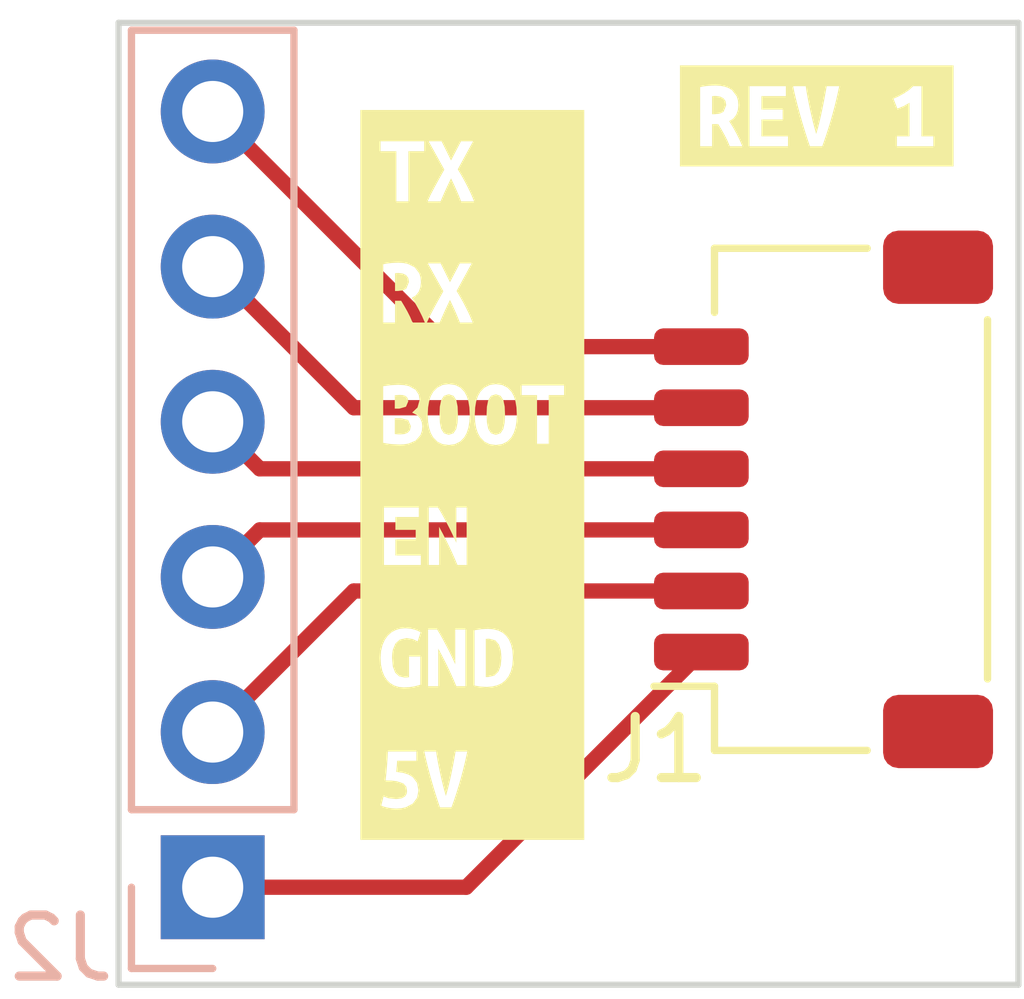
<source format=kicad_pcb>
(kicad_pcb (version 20221018) (generator pcbnew)
  (layers (0 "F.Cu" signal) (31 "B.Cu" signal) (34 "B.Paste" user) (35 "F.Paste" user) (36 "B.SilkS" user "B.Silkscreen") (37 "F.SilkS" user "F.Silkscreen") (38 "B.Mask" user) (39 "F.Mask" user) (44 "Edge.Cuts" user))
  (net 0 "")
  (net 1 "/5V")
  (net 2 "/GND")
  (net 3 "/EN")
  (net 4 "/BOOT")
  (net 5 "/RX")
  (net 6 "/TX")
  (footprint "Connector_JST:JST_SH_SM06B-SRSS-TB_1x06-1MP_P1.00mm_Horizontal" (layer "F.Cu") (at -237.125 112.45 90)
    (fp_text reference "J1" (at -4.1 -2.75) (layer "F.SilkS"))
    (fp_text value "Conn_01x06_Socket" hide)
    (fp_line (start -4.11 -1.785) (end -3.06 -1.785) (stroke (width 0.12)) (layer "F.SilkS"))
    (fp_line (start -4.11 0.715) (end -4.11 -1.785) (stroke (width 0.12)) (layer "F.SilkS"))
    (fp_line (start -3.06 -1.785) (end -3.06 -2.775) (stroke (width 0.12)) (layer "F.SilkS"))
    (fp_line (start -2.94 2.685) (end 2.94 2.685) (stroke (width 0.12)) (layer "F.SilkS"))
    (fp_line (start 4.11 -1.785) (end 3.06 -1.785) (stroke (width 0.12)) (layer "F.SilkS"))
    (fp_line (start 4.11 0.715) (end 4.11 -1.785) (stroke (width 0.12)) (layer "F.SilkS"))
    (pad "1" smd roundrect (at -2.5 -2 90) (size 0.6 1.55) (layers "F.Cu" "F.Paste" "F.Mask") (net 1 "/5V"))
    (pad "2" smd roundrect (at -1.5 -2 90) (size 0.6 1.55) (layers "F.Cu" "F.Paste" "F.Mask") (net 2 "/GND"))
    (pad "3" smd roundrect (at -0.5 -2 90) (size 0.6 1.55) (layers "F.Cu" "F.Paste" "F.Mask") (net 3 "/EN"))
    (pad "4" smd roundrect (at 0.5 -2 90) (size 0.6 1.55) (layers "F.Cu" "F.Paste" "F.Mask") (net 4 "/BOOT"))
    (pad "5" smd roundrect (at 1.5 -2 90) (size 0.6 1.55) (layers "F.Cu" "F.Paste" "F.Mask") (net 5 "/RX"))
    (pad "6" smd roundrect (at 2.5 -2 90) (size 0.6 1.55) (layers "F.Cu" "F.Paste" "F.Mask") (net 6 "/TX"))
    (pad "MP" smd roundrect (at -3.8 1.875 90) (size 1.2 1.8) (layers "F.Cu" "F.Paste" "F.Mask") (roundrect_rratio 0.2083333333))
    (pad "MP" smd roundrect (at 3.8 1.875 90) (size 1.2 1.8) (layers "F.Cu" "F.Paste" "F.Mask") (roundrect_rratio 0.2083333333))
  )
  (footprint "kibuzzard-65308191" (layer "F.Cu") (at -237.236 106.172)
    (fp_text reference "kibuzzard-65308191" hide)
    (fp_text value "G***" hide)
    (fp_poly (pts (xy -1.481931 -0.176213) (xy -1.493837 -0.243681) (xy -1.529556 -0.290512) (xy -1.584722 -0.317897) (xy -1.654969 -0.327025) (xy -1.681956 -0.326231) (xy -1.713706 -0.322263) (xy -1.713706 -0.026988) (xy -1.670844 -0.026988) (xy -1.584722 -0.036711) (xy -1.526381 -0.065881) (xy -1.481931 -0.176213)) (fill solid) (layer "F.SilkS"))
    (fp_poly (pts (xy -1.908969 -0.827617) (xy -2.239698 -0.827617) (xy -2.239698 0.827617) (xy -1.908969 0.827617) (xy -1.218406 0.827617) (xy -1.218406 0.496888) (xy -1.423194 0.496888) (xy -1.462683 0.403423) (xy -1.508125 0.313531) (xy -1.55833 0.22483) (xy -1.612106 0.134937) (xy -1.713706 0.134937) (xy -1.713706 0.496888) (xy -1.908969 0.496888) (xy -1.908969 -0.471488) (xy -1.846262 -0.483394) (xy -1.777206 -0.491331) (xy -1.710531 -0.4953) (xy -1.654969 -0.496888) (xy -1.5748 -0.492125) (xy -1.502569 -0.477838) (xy -1.439069 -0.453628) (xy -1.385094 -0.4191) (xy -1.309687 -0.318294) (xy -1.290042 -0.251817) (xy -1.283494 -0.174625) (xy -1.292225 -0.092869) (xy -1.318419 -0.01905) (xy -1.364853 0.042466) (xy -1.434306 0.087313) (xy -1.377156 0.178594) (xy -1.318419 0.283369) (xy -1.26365 0.392906) (xy -1.218406 0.496888) (xy -1.218406 0.827617) (xy -1.100931 0.827617) (xy -1.100931 0.496888) (xy -1.100931 -0.485775) (xy -0.505619 -0.485775) (xy -0.505619 -0.32385) (xy -0.905669 -0.32385) (xy -0.905669 -0.103188) (xy -0.558006 -0.103188) (xy -0.558006 0.058737) (xy -0.905669 0.058737) (xy -0.905669 0.334963) (xy -0.470694 0.334963) (xy -0.470694 0.496888) (xy -1.100931 0.496888) (xy -1.100931 0.827617) (xy -0.111919 0.827617) (xy -0.111919 0.496888) (xy -0.151209 0.380206) (xy -0.192881 0.249238) (xy -0.220927 0.157251) (xy -0.247915 0.06544) (xy -0.273844 -0.026194) (xy -0.298362 -0.116064) (xy -0.321116 -0.202583) (xy -0.342106 -0.28575) (xy -0.3683 -0.396875) (xy -0.386556 -0.485775) (xy -0.180181 -0.485775) (xy -0.168275 -0.403423) (xy -0.151606 -0.308769) (xy -0.131564 -0.206375) (xy -0.109537 -0.100806) (xy -0.085725 0.005556) (xy -0.060325 0.110331) (xy -0.03433 0.208955) (xy -0.008731 0.296863) (xy 0.016669 0.210145) (xy 0.042069 0.111919) (xy 0.066675 0.007144) (xy 0.089694 -0.099219) (xy 0.111125 -0.204986) (xy 0.130969 -0.307975) (xy 0.148431 -0.403225) (xy 0.162719 -0.485775) (xy 0.367506 -0.485775) (xy 0.346273 -0.384969) (xy 0.320675 -0.27305) (xy 0.290909 -0.152598) (xy 0.257175 -0.026194) (xy 0.232569 0.06059) (xy 0.206375 0.148431) (xy 0.178594 0.237331) (xy 0.149666 0.32579) (xy 0.120033 0.412309) (xy 0.089694 0.496888) (xy -0.111919 0.496888) (xy -0.111919 0.827617) (xy 1.908969 0.827617) (xy 1.908969 0.496888) (xy 1.312069 0.496888) (xy 1.312069 0.334963) (xy 1.518444 0.334963) (xy 1.518444 -0.214313) (xy 1.416844 -0.157956) (xy 1.320006 -0.119062) (xy 1.256506 -0.280987) (xy 1.339056 -0.3175) (xy 1.427956 -0.366713) (xy 1.512094 -0.423863) (xy 1.580356 -0.485775) (xy 1.713706 -0.485775) (xy 1.713706 0.334963) (xy 1.908969 0.334963) (xy 1.908969 0.496888) (xy 1.908969 0.827617) (xy 2.239698 0.827617) (xy 2.239698 -0.827617) (xy 1.908969 -0.827617) (xy -1.908969 -0.827617)) (fill solid) (layer "F.SilkS"))
  )
  (footprint "kibuzzard-65307E68" (layer "F.Cu") (at -242.875 112.05)
    (fp_text reference "kibuzzard-65307E68" hide)
    (fp_text value "G***" hide)
    (fp_poly (pts (xy -1.269037 -0.928137) (xy -1.269037 -0.669205) (xy -1.225111 -0.664581) (xy -1.178102 -0.66304) (xy -1.11491 -0.668434) (xy -1.060196 -0.688471) (xy -1.020894 -0.730085) (xy -1.005481 -0.798671) (xy -1.049407 -0.898083) (xy -1.167313 -0.928137) (xy -1.269037 -0.928137)) (fill solid) (layer "F.SilkS"))
    (fp_poly (pts (xy -1.195056 -1.085346) (xy -1.085627 -1.116942) (xy -1.048636 -1.204023) (xy -1.059425 -1.258738) (xy -1.088709 -1.291104) (xy -1.131864 -1.306517) (xy -1.182726 -1.31037) (xy -1.227423 -1.308829) (xy -1.269037 -1.304205) (xy -1.269037 -1.085346) (xy -1.195056 -1.085346)) (fill solid) (layer "F.SilkS"))
    (fp_poly (pts (xy -1.036655 -3.157983) (xy -1.048386 -3.224454) (xy -1.083577 -3.270594) (xy -1.137927 -3.297573) (xy -1.207136 -3.306567) (xy -1.233724 -3.305785) (xy -1.265005 -3.301874) (xy -1.265005 -3.010963) (xy -1.222776 -3.010963) (xy -1.137927 -3.020543) (xy -1.080448 -3.049282) (xy -1.036655 -3.157983)) (fill solid) (layer "F.SilkS"))
    (fp_poly (pts (xy 0.220884 3.308531) (xy 0.237358 3.310028) (xy 0.253832 3.310028) (xy 0.359416 3.286066) (xy 0.428307 3.22017) (xy 0.465748 3.120577) (xy 0.476981 2.994026) (xy 0.467995 2.87721) (xy 0.436544 2.776868) (xy 0.375141 2.707228) (xy 0.274799 2.681019) (xy 0.247841 2.681768) (xy 0.220884 2.685512) (xy 0.220884 3.308531)) (fill solid) (layer "F.SilkS"))
    (fp_poly (pts (xy -0.536937 -0.988246) (xy -0.531543 -0.85801) (xy -0.509965 -0.752433) (xy -0.464498 -0.681535) (xy -0.385894 -0.655334) (xy -0.30806 -0.681535) (xy -0.261822 -0.753204) (xy -0.240244 -0.85878) (xy -0.23485 -0.988246) (xy -0.240244 -1.118483) (xy -0.261822 -1.224059) (xy -0.307289 -1.294958) (xy -0.385894 -1.321159) (xy -0.464498 -1.294958) (xy -0.509965 -1.223289) (xy -0.531543 -1.117712) (xy -0.536937 -0.988246)) (fill solid) (layer "F.SilkS"))
    (fp_poly (pts (xy 0.233694 -0.988246) (xy 0.239088 -0.85801) (xy 0.260666 -0.752433) (xy 0.306133 -0.681535) (xy 0.384738 -0.655334) (xy 0.462571 -0.681535) (xy 0.508809 -0.753204) (xy 0.530387 -0.85878) (xy 0.535781 -0.988246) (xy 0.530387 -1.118483) (xy 0.508809 -1.224059) (xy 0.463342 -1.294958) (xy 0.384738 -1.321159) (xy 0.306133 -1.294958) (xy 0.260666 -1.223289) (xy 0.239088 -1.117712) (xy 0.233694 -0.988246)) (fill solid) (layer "F.SilkS"))
    (fp_poly (pts (xy -1.502153 -5.974498) (xy -1.832882 -5.974498) (xy -1.832882 5.974498) (xy -1.502153 5.974498) (xy -1.243538 5.974498) (xy -1.243538 5.461868) (xy -1.315898 5.457437) (xy -1.386782 5.446362) (xy -1.448067 5.430856) (xy -1.490154 5.414612) (xy -1.453235 5.263984) (xy -1.370538 5.293519) (xy -1.245015 5.306809) (xy -1.157148 5.294995) (xy -1.102509 5.264722) (xy -1.075189 5.222635) (xy -1.067805 5.173902) (xy -1.080358 5.103757) (xy -1.130567 5.049118) (xy -1.237631 5.013676) (xy -1.317744 5.004261) (xy -1.41927 5.001123) (xy -1.40598 4.878369) (xy -1.395642 4.758199) (xy -1.38789 4.641352) (xy -1.382352 4.528565) (xy -1.1225 4.528565) (xy -1.1225 3.477764) (xy -1.205058 3.470089) (xy -1.279004 3.447063) (xy -1.34359 3.408873) (xy -1.398067 3.355706) (xy -1.441873 3.287564) (xy -1.474446 3.204445) (xy -1.494664 3.106536) (xy -1.501404 2.994026) (xy -1.493541 2.882639) (xy -1.469953 2.785105) (xy -1.446134 2.731573) (xy -1.446134 1.47392) (xy -1.446134 0.533573) (xy -1.193515 0.533573) (xy -1.193515 -0.498125) (xy -1.324522 -0.505061) (xy -1.391952 -0.51373) (xy -1.458612 -0.525868) (xy -1.458612 -1.452166) (xy -1.339935 -1.46835) (xy -1.21201 -1.475285) (xy -1.11414 -1.469698) (xy -1.036306 -1.452937) (xy -0.929959 -1.394369) (xy -0.877556 -1.313453) (xy -0.863685 -1.224059) (xy -0.896822 -1.103841) (xy -0.985444 -1.020613) (xy -0.90395 -0.978999) (xy -0.853667 -0.925055) (xy -0.827658 -0.863404) (xy -0.818988 -0.798671) (xy -0.826309 -0.719489) (xy -0.848272 -0.654563) (xy -0.927647 -0.562087) (xy -1.046324 -0.512767) (xy -1.117415 -0.501785) (xy -1.193515 -0.498125) (xy -1.193515 0.533573) (xy -0.876457 0.533573) (xy -0.876457 0.688525) (xy -1.25928 0.688525) (xy -1.25928 0.899685) (xy -0.926589 0.899685) (xy -0.926589 1.054638) (xy -1.25928 1.054638) (xy -1.25928 1.318968) (xy -0.843036 1.318968) (xy -0.843036 1.47392) (xy -1.446134 1.47392) (xy -1.446134 2.731573) (xy -1.432887 2.701799) (xy -1.384588 2.633094) (xy -1.325805 2.579367) (xy -1.257288 2.540989) (xy -1.181283 2.517963) (xy -1.100036 2.510288) (xy -1.003438 2.518525) (xy -0.929305 2.537245) (xy -0.877636 2.55971) (xy -0.846934 2.577682) (xy -0.894859 2.724451) (xy -0.975732 2.68701) (xy -1.074576 2.670535) (xy -1.185401 2.694498) (xy -1.259535 2.761143) (xy -1.301469 2.862982) (xy -1.311016 2.925322) (xy -1.314199 2.994026) (xy -1.301094 3.138361) (xy -1.261781 3.23889) (xy -1.197008 3.29786) (xy -1.107524 3.317517) (xy -1.071581 3.316019) (xy -1.035637 3.311526) (xy -1.035637 2.973059) (xy -0.851427 2.973059) (xy -0.851427 3.43583) (xy -0.954016 3.462788) (xy -1.030957 3.47402) (xy -1.1225 3.477764) (xy -1.1225 4.528565) (xy -0.915701 4.528565) (xy -0.915701 4.679193) (xy -1.230247 4.679193) (xy -1.237631 4.778135) (xy -1.245015 4.862309) (xy -1.133274 4.877405) (xy -1.042208 4.90694) (xy -0.971817 4.950914) (xy -0.904256 5.043211) (xy -0.881735 5.166519) (xy -0.903887 5.28392) (xy -0.971817 5.377693) (xy -1.085526 5.439716) (xy -1.158994 5.45633) (xy -1.243538 5.461868) (xy -1.243538 5.974498) (xy -0.528794 5.974498) (xy -0.528794 5.44267) (xy -0.565343 5.334129) (xy -0.604108 5.212298) (xy -0.630197 5.126729) (xy -0.655301 5.041324) (xy -0.679422 4.956083) (xy -0.713017 4.831852) (xy -0.742922 4.714635) (xy -0.767288 4.611263) (xy -0.78427 4.528565) (xy -0.777025 4.528565) (xy -0.777025 -2.49483) (xy -0.978786 -2.49483) (xy -1.017691 -2.586913) (xy -1.062462 -2.675477) (xy -1.111925 -2.762867) (xy -1.164907 -2.851431) (xy -1.265005 -2.851431) (xy -1.265005 -2.49483) (xy -1.457382 -2.49483) (xy -1.457382 -3.448894) (xy -1.395602 -3.460624) (xy -1.327567 -3.468445) (xy -1.261877 -3.472355) (xy -1.207136 -3.473919) (xy -1.128152 -3.469227) (xy -1.056988 -3.45515) (xy -1.04654 -3.449926) (xy -1.04654 -4.479205) (xy -1.24339 -4.479205) (xy -1.24339 -5.299943) (xy -1.502153 -5.299943) (xy -1.502153 -5.461868) (xy -0.787778 -5.461868) (xy -0.787778 -5.299943) (xy -1.04654 -5.299943) (xy -1.04654 -4.479205) (xy -1.04654 -3.449926) (xy -0.941249 -3.397281) (xy -0.866957 -3.297964) (xy -0.847602 -3.23247) (xy -0.84115 -3.156419) (xy -0.849753 -3.075871) (xy -0.875559 -3.003143) (xy -0.921307 -2.942536) (xy -0.989734 -2.898352) (xy -0.933429 -2.80842) (xy -0.875559 -2.705193) (xy -0.8216 -2.597275) (xy -0.777025 -2.49483) (xy -0.777025 4.528565) (xy -0.592294 4.528565) (xy -0.581218 4.605171) (xy -0.565712 4.693222) (xy -0.547068 4.788472) (xy -0.526578 4.886676) (xy -0.504427 4.985618) (xy -0.480799 5.083083) (xy -0.456618 5.174825) (xy -0.432805 5.2566) (xy -0.409177 5.175933) (xy -0.385549 5.084559) (xy -0.36266 4.987094) (xy -0.341247 4.888152) (xy -0.321311 4.789764) (xy -0.302852 4.693961) (xy -0.286608 4.605356) (xy -0.273317 4.528565) (xy -0.261357 4.528565) (xy -0.261357 3.458295) (xy -0.304539 3.35554) (xy -0.350217 3.252952) (xy -0.398391 3.15053) (xy -0.449061 3.048108) (xy -0.502227 2.945519) (xy -0.55789 2.842764) (xy -0.55789 3.458295) (xy -0.724128 3.458295) (xy -0.724128 2.531255) (xy -0.575861 2.531255) (xy -0.533927 2.599959) (xy -0.491993 2.67428) (xy -0.450621 2.751221) (xy -0.410372 2.827788) (xy -0.372182 2.903044) (xy -0.336988 2.976054) (xy -0.305724 3.043448) (xy -0.279328 3.101856) (xy -0.279328 2.531255) (xy -0.242976 2.531255) (xy -0.242976 1.47392) (xy -0.286778 1.36969) (xy -0.333112 1.265629) (xy -0.381978 1.161737) (xy -0.433375 1.057845) (xy -0.487305 0.953784) (xy -0.543766 0.849554) (xy -0.543766 1.47392) (xy -0.71239 1.47392) (xy -0.71239 0.533573) (xy -0.561996 0.533573) (xy -0.51946 0.603264) (xy -0.476924 0.678651) (xy -0.434958 0.756697) (xy -0.394131 0.834362) (xy -0.384352 0.853632) (xy -0.384352 -0.490419) (xy -0.487531 -0.504376) (xy -0.573071 -0.546247) (xy -0.640972 -0.616032) (xy -0.679745 -0.6864) (xy -0.707439 -0.771892) (xy -0.724056 -0.872507) (xy -0.729595 -0.988246) (xy -0.723912 -1.103986) (xy -0.706861 -1.204601) (xy -0.678444 -1.290093) (xy -0.63866 -1.360461) (xy -0.57016 -1.430246) (xy -0.485904 -1.472117) (xy -0.385894 -1.486074) (xy -0.2828 -1.472117) (xy -0.203022 -1.432949) (xy -0.203022 -2.49483) (xy -0.236063 -2.578897) (xy -0.27575 -2.671567) (xy -0.319739 -2.768537) (xy -0.365682 -2.865507) (xy -0.41104 -2.77147) (xy -0.456397 -2.673913) (xy -0.498626 -2.579484) (xy -0.534599 -2.49483) (xy -0.742616 -2.49483) (xy -0.696477 -2.596493) (xy -0.664414 -2.658272) (xy -0.629223 -2.724744) (xy -0.591491 -2.794539) (xy -0.551803 -2.866289) (xy -0.51192 -2.937649) (xy -0.473601 -3.006271) (xy -0.726976 -3.46297) (xy -0.518958 -3.46297) (xy -0.365682 -3.153291) (xy -0.204586 -3.46297) (xy -0.18294 -3.46297) (xy -0.18294 -4.479205) (xy -0.216476 -4.564533) (xy -0.256759 -4.658593) (xy -0.301407 -4.757018) (xy -0.34804 -4.855443) (xy -0.394078 -4.759994) (xy -0.440115 -4.660974) (xy -0.482978 -4.565129) (xy -0.51949 -4.479205) (xy -0.730628 -4.479205) (xy -0.683796 -4.582393) (xy -0.651253 -4.645099) (xy -0.615534 -4.712568) (xy -0.577235 -4.78341) (xy -0.536953 -4.856236) (xy -0.496471 -4.928666) (xy -0.457578 -4.998318) (xy -0.714753 -5.461868) (xy -0.503615 -5.461868) (xy -0.34804 -5.147543) (xy -0.184528 -5.461868) (xy 0.012322 -5.461868) (xy -0.238503 -5.00308) (xy -0.196037 -4.93323) (xy -0.154365 -4.860205) (xy -0.114479 -4.786585) (xy -0.077371 -4.714949) (xy -0.043835 -4.646686) (xy -0.014665 -4.583186) (xy 0.028197 -4.479205) (xy -0.18294 -4.479205) (xy -0.18294 -3.46297) (xy -0.010646 -3.46297) (xy -0.257764 -3.010963) (xy -0.215926 -2.942145) (xy -0.17487 -2.8702) (xy -0.135573 -2.797667) (xy -0.099014 -2.72709) (xy -0.065973 -2.659836) (xy -0.037234 -2.597275) (xy 0.004995 -2.49483) (xy -0.203022 -2.49483) (xy -0.203022 -1.432949) (xy -0.197517 -1.430246) (xy -0.130044 -1.360461) (xy -0.091609 -1.290093) (xy -0.064155 -1.204601) (xy -0.047683 -1.103986) (xy -0.042192 -0.988246) (xy -0.047779 -0.872507) (xy -0.06454 -0.771892) (xy -0.092476 -0.6864) (xy -0.131585 -0.616032) (xy -0.199401 -0.546247) (xy -0.283656 -0.504376) (xy -0.384352 -0.490419) (xy -0.384352 0.853632) (xy -0.355393 0.910699) (xy -0.319693 0.984757) (xy -0.287981 1.053118) (xy -0.261206 1.112365) (xy -0.261206 0.533573) (xy -0.092582 0.533573) (xy -0.092582 1.47392) (xy -0.242976 1.47392) (xy -0.242976 2.531255) (xy -0.11309 2.531255) (xy -0.11309 3.458295) (xy -0.261357 3.458295) (xy -0.261357 4.528565) (xy -0.082817 4.528565) (xy -0.102568 4.622339) (xy -0.126381 4.726449) (xy -0.15407 4.838497) (xy -0.185451 4.956083) (xy -0.220339 5.077545) (xy -0.258549 5.201222) (xy -0.29916 5.323977) (xy -0.341247 5.44267) (xy -0.528794 5.44267) (xy -0.528794 5.974498) (xy 0.234363 5.974498) (xy 0.234363 3.470276) (xy 0.137765 3.465034) (xy 0.036674 3.447811) (xy 0.036674 2.543236) (xy 0.154988 2.525264) (xy 0.258325 2.520771) (xy 0.34575 2.527511) (xy 0.386279 2.53781) (xy 0.386279 -0.490419) (xy 0.2831 -0.504376) (xy 0.19756 -0.546247) (xy 0.129659 -0.616032) (xy 0.090886 -0.6864) (xy 0.063192 -0.771892) (xy 0.046575 -0.872507) (xy 0.041036 -0.988246) (xy 0.04672 -1.103986) (xy 0.06377 -1.204601) (xy 0.092187 -1.290093) (xy 0.131971 -1.360461) (xy 0.200471 -1.430246) (xy 0.284727 -1.472117) (xy 0.384738 -1.486074) (xy 0.487831 -1.472117) (xy 0.573114 -1.430246) (xy 0.640587 -1.360461) (xy 0.679022 -1.290093) (xy 0.706476 -1.204601) (xy 0.722948 -1.103986) (xy 0.728439 -0.988246) (xy 0.722852 -0.872507) (xy 0.706091 -0.771892) (xy 0.678155 -0.6864) (xy 0.639046 -0.616032) (xy 0.57123 -0.546247) (xy 0.486975 -0.504376) (xy 0.386279 -0.490419) (xy 0.386279 2.53781) (xy 0.425312 2.547729) (xy 0.49514 2.582362) (xy 0.55336 2.632346) (xy 0.599974 2.697867) (xy 0.634982 2.779114) (xy 0.656885 2.877397) (xy 0.664186 2.994026) (xy 0.656136 3.113276) (xy 0.631987 3.213431) (xy 0.593609 3.295614) (xy 0.542877 3.360948) (xy 0.480538 3.410183) (xy 0.40734 3.444067) (xy 0.324783 3.463724) (xy 0.234363 3.470276) (xy 0.234363 5.974498) (xy 1.250927 5.974498) (xy 1.250927 -0.510455) (xy 1.05981 -0.510455) (xy 1.05981 -1.307288) (xy 0.808585 -1.307288) (xy 0.808585 -1.464496) (xy 1.502153 -1.464496) (xy 1.502153 -1.307288) (xy 1.250927 -1.307288) (xy 1.250927 -0.510455) (xy 1.250927 5.974498) (xy 1.502153 5.974498) (xy 1.832882 5.974498) (xy 1.832882 -5.974498) (xy 1.502153 -5.974498) (xy -1.502153 -5.974498)) (fill solid) (layer "F.SilkS"))
  )
  (footprint "Connector_PinHeader_2.54mm:PinHeader_1x06_P2.54mm_Vertical" (layer "B.Cu") (at -247.125 118.8)
    (fp_text reference "J2" (at -2.5 1) (layer "B.SilkS") (effects (justify mirror)))
    (fp_text value "Conn_01x06_Pin" hide)
    (fp_line (start -1.33 -14.03) (end 1.33 -14.03) (stroke (width 0.12)) (layer "B.SilkS"))
    (fp_line (start -1.33 -1.27) (end -1.33 -14.03) (stroke (width 0.12)) (layer "B.SilkS"))
    (fp_line (start -1.33 -1.27) (end 1.33 -1.27) (stroke (width 0.12)) (layer "B.SilkS"))
    (fp_line (start -1.33 0) (end -1.33 1.33) (stroke (width 0.12)) (layer "B.SilkS"))
    (fp_line (start -1.33 1.33) (end 0 1.33) (stroke (width 0.12)) (layer "B.SilkS"))
    (fp_line (start 1.33 -1.27) (end 1.33 -14.03) (stroke (width 0.12)) (layer "B.SilkS"))
    (pad "1" thru_hole rect (at 0 0) (size 1.7 1.7) (drill 1) (layers "*.Cu" "*.Mask") (net 1 "/5V"))
    (pad "2" thru_hole oval (at 0 -2.54) (size 1.7 1.7) (drill 1) (layers "*.Cu" "*.Mask") (net 2 "/GND"))
    (pad "3" thru_hole oval (at 0 -5.08) (size 1.7 1.7) (drill 1) (layers "*.Cu" "*.Mask") (net 3 "/EN"))
    (pad "4" thru_hole oval (at 0 -7.62) (size 1.7 1.7) (drill 1) (layers "*.Cu" "*.Mask") (net 4 "/BOOT"))
    (pad "5" thru_hole oval (at 0 -10.16) (size 1.7 1.7) (drill 1) (layers "*.Cu" "*.Mask") (net 5 "/RX"))
    (pad "6" thru_hole oval (at 0 -12.7) (size 1.7 1.7) (drill 1) (layers "*.Cu" "*.Mask") (net 6 "/TX"))
  )
  (gr_line (start -248.666 104.648) (end -248.666 120.396) (stroke (width 0.1)) (layer "Edge.Cuts"))
  (gr_line (start -248.666 120.396) (end -233.934 120.396) (stroke (width 0.1)) (layer "Edge.Cuts"))
  (gr_line (start -233.934 104.648) (end -248.666 104.648) (stroke (width 0.1)) (layer "Edge.Cuts"))
  (gr_line (start -233.934 120.396) (end -233.934 104.648) (stroke (width 0.1)) (layer "Edge.Cuts"))
  (segment (start -239.125 114.95) (end -242.975 118.8) (width 0.25) (layer "F.Cu") (net 1))
  (segment (start -242.975 118.8) (end -247.125 118.8) (width 0.25) (layer "F.Cu") (net 1))
  (segment (start -239.125 113.95) (end -244.815 113.95) (width 0.25) (layer "F.Cu") (net 2))
  (segment (start -244.815 113.95) (end -247.125 116.26) (width 0.25) (layer "F.Cu") (net 2))
  (segment (start -246.355 112.95) (end -247.125 113.72) (width 0.25) (layer "F.Cu") (net 3))
  (segment (start -239.125 112.95) (end -246.355 112.95) (width 0.25) (layer "F.Cu") (net 3))
  (segment (start -246.355 111.95) (end -247.125 111.18) (width 0.25) (layer "F.Cu") (net 4))
  (segment (start -239.125 111.95) (end -246.355 111.95) (width 0.25) (layer "F.Cu") (net 4))
  (segment (start -244.815 110.95) (end -247.125 108.64) (width 0.25) (layer "F.Cu") (net 5))
  (segment (start -239.125 110.95) (end -244.815 110.95) (width 0.25) (layer "F.Cu") (net 5))
  (segment (start -243.275 109.95) (end -247.125 106.1) (width 0.25) (layer "F.Cu") (net 6))
  (segment (start -239.125 109.95) (end -243.275 109.95) (width 0.25) (layer "F.Cu") (net 6))
)
</source>
